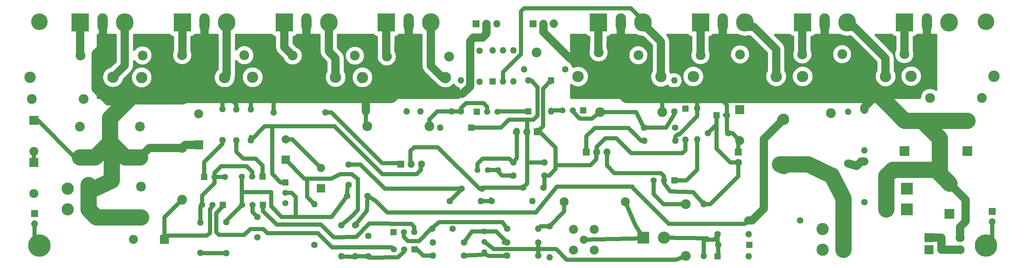
<source format=gbr>
G04 #@! TF.FileFunction,Copper,L2,Bot,Signal*
%FSLAX46Y46*%
G04 Gerber Fmt 4.6, Leading zero omitted, Abs format (unit mm)*
G04 Created by KiCad (PCBNEW 4.0.7) date 05/11/21 12:37:22*
%MOMM*%
%LPD*%
G01*
G04 APERTURE LIST*
%ADD10C,0.100000*%
%ADD11C,1.600000*%
%ADD12O,1.600000X1.600000*%
%ADD13C,2.400000*%
%ADD14O,2.400000X2.400000*%
%ADD15C,1.520000*%
%ADD16R,1.520000X1.520000*%
%ADD17R,2.200000X2.200000*%
%ADD18O,2.200000X2.200000*%
%ADD19R,2.400000X2.400000*%
%ADD20C,2.200000*%
%ADD21C,2.000000*%
%ADD22R,1.600000X1.600000*%
%ADD23R,2.000000X2.000000*%
%ADD24R,1.800000X1.800000*%
%ADD25C,1.800000*%
%ADD26C,1.440000*%
%ADD27C,2.800000*%
%ADD28O,2.800000X2.800000*%
%ADD29C,5.500000*%
%ADD30C,4.064000*%
%ADD31R,1.700000X1.700000*%
%ADD32O,1.700000X1.700000*%
%ADD33R,3.000000X3.000000*%
%ADD34C,3.000000*%
%ADD35R,4.300000X4.500000*%
%ADD36O,2.500000X4.500000*%
%ADD37O,4.300000X4.500000*%
%ADD38O,1.800000X1.800000*%
%ADD39C,1.000000*%
%ADD40C,0.500000*%
%ADD41C,2.000000*%
%ADD42C,4.000000*%
G04 APERTURE END LIST*
D10*
D11*
X69420000Y-103750000D03*
D12*
X69420000Y-96250000D03*
D13*
X151790000Y-54560000D03*
D14*
X167030000Y-54560000D03*
D15*
X183060000Y-86000000D03*
X180520000Y-86000000D03*
D16*
X185600000Y-86000000D03*
D15*
X72940000Y-85100000D03*
X75480000Y-85100000D03*
D16*
X70400000Y-85100000D03*
D11*
X100100000Y-69250000D03*
D12*
X87400000Y-69250000D03*
D17*
X201630000Y-68580000D03*
D18*
X201630000Y-76200000D03*
D19*
X54625000Y-80250000D03*
D13*
X54625000Y-72750000D03*
D20*
X160880000Y-103070000D03*
X160880000Y-97990000D03*
X165960000Y-97990000D03*
X165960000Y-103070000D03*
D21*
X163420000Y-100530000D03*
D22*
X195950000Y-69950000D03*
D11*
X198450000Y-69950000D03*
D15*
X119340000Y-98700000D03*
X121880000Y-98700000D03*
D16*
X116800000Y-98700000D03*
D11*
X185790000Y-73010000D03*
D12*
X178170000Y-73010000D03*
D11*
X83400000Y-99950000D03*
X83400000Y-94950000D03*
X198840000Y-74370000D03*
X193840000Y-74370000D03*
X110600000Y-104600000D03*
X110600000Y-99600000D03*
D23*
X90350000Y-80900000D03*
D21*
X90350000Y-75900000D03*
D23*
X99000000Y-87950000D03*
D21*
X99000000Y-82950000D03*
D11*
X105750000Y-87050000D03*
X105750000Y-82050000D03*
X158800000Y-58670000D03*
D12*
X148800000Y-58670000D03*
D11*
X232200000Y-91300000D03*
D12*
X232200000Y-81300000D03*
D11*
X110000000Y-69000000D03*
D12*
X120000000Y-69000000D03*
D19*
X257400000Y-78800000D03*
D13*
X257400000Y-71300000D03*
D11*
X232200000Y-68600000D03*
D12*
X232200000Y-78600000D03*
D17*
X60590000Y-100460000D03*
D18*
X52970000Y-100460000D03*
D24*
X201240000Y-79020000D03*
D25*
X201240000Y-81560000D03*
D22*
X149760000Y-69010000D03*
D12*
X149760000Y-61390000D03*
D22*
X155400000Y-61400000D03*
D12*
X155400000Y-69020000D03*
D17*
X68975000Y-77200000D03*
D18*
X68975000Y-69580000D03*
D11*
X144600000Y-97800000D03*
D12*
X152220000Y-97800000D03*
D11*
X155000000Y-97200000D03*
D12*
X155000000Y-104820000D03*
D11*
X78250000Y-76100000D03*
D12*
X78250000Y-68480000D03*
D11*
X74850000Y-76050000D03*
D12*
X74850000Y-68430000D03*
D11*
X75780000Y-96200000D03*
D12*
X75780000Y-103820000D03*
D11*
X134000000Y-101200000D03*
D12*
X126380000Y-101200000D03*
D11*
X134000000Y-104400000D03*
D12*
X126380000Y-104400000D03*
D11*
X152200000Y-101200000D03*
D12*
X144580000Y-101200000D03*
D11*
X152200000Y-104400000D03*
D12*
X144580000Y-104400000D03*
D26*
X139000000Y-103600000D03*
X139000000Y-101060000D03*
X139000000Y-98520000D03*
D13*
X188400000Y-91800000D03*
D14*
X188400000Y-104500000D03*
D11*
X191220000Y-68280000D03*
D12*
X191220000Y-75900000D03*
D13*
X64925000Y-90700000D03*
D14*
X64925000Y-78000000D03*
D11*
X107400000Y-97000000D03*
D12*
X107400000Y-104620000D03*
D11*
X104000000Y-97000000D03*
D12*
X104000000Y-104620000D03*
D11*
X192800000Y-91800000D03*
D12*
X192800000Y-104500000D03*
D11*
X81750000Y-76100000D03*
D12*
X81750000Y-68480000D03*
D11*
X146100000Y-81600000D03*
D12*
X153720000Y-81600000D03*
D26*
X142400000Y-83400000D03*
X139860000Y-83400000D03*
X137320000Y-83400000D03*
D11*
X153750000Y-84750000D03*
D12*
X146130000Y-84750000D03*
D11*
X185830000Y-76200000D03*
D12*
X178210000Y-76200000D03*
D11*
X131000000Y-69000000D03*
D12*
X123380000Y-69000000D03*
D13*
X182600000Y-69200000D03*
D14*
X167360000Y-69200000D03*
D11*
X133250000Y-69000000D03*
D12*
X133250000Y-61380000D03*
D11*
X185560000Y-69070000D03*
D12*
X185560000Y-61450000D03*
D13*
X28150000Y-65950000D03*
D14*
X40850000Y-65950000D03*
D13*
X260950000Y-65700000D03*
D14*
X248250000Y-65700000D03*
D11*
X228180000Y-81800000D03*
D12*
X228180000Y-69100000D03*
D27*
X27700000Y-60650000D03*
D28*
X48020000Y-60650000D03*
D27*
X263950000Y-60400000D03*
D28*
X243630000Y-60400000D03*
D27*
X55050000Y-60700000D03*
D28*
X75370000Y-60700000D03*
D27*
X237350000Y-60450000D03*
D28*
X217030000Y-60450000D03*
D27*
X82250000Y-60650000D03*
D28*
X102570000Y-60650000D03*
D27*
X210550000Y-60450000D03*
D28*
X190230000Y-60450000D03*
D27*
X109150000Y-60700000D03*
D28*
X129470000Y-60700000D03*
D27*
X182300000Y-60500000D03*
D28*
X161980000Y-60500000D03*
D29*
X262000000Y-102000000D03*
D30*
X262000000Y-47000000D03*
D29*
X30000000Y-102000000D03*
D30*
X30000000Y-47000000D03*
D19*
X39850000Y-80250000D03*
D13*
X39850000Y-72750000D03*
D19*
X54825000Y-95000000D03*
D13*
X54825000Y-87500000D03*
D19*
X242000000Y-78800000D03*
D13*
X242000000Y-71300000D03*
D19*
X253000000Y-94200000D03*
D13*
X253000000Y-86700000D03*
X125550000Y-72700000D03*
D14*
X110310000Y-72700000D03*
D20*
X158600000Y-91200000D03*
X173600000Y-91200000D03*
D27*
X212330000Y-82370000D03*
X212330000Y-70940000D03*
D13*
X223910000Y-69460000D03*
D14*
X223910000Y-84700000D03*
D15*
X119360000Y-102900000D03*
X116820000Y-102900000D03*
D16*
X121900000Y-102900000D03*
D15*
X82110000Y-85050000D03*
X79570000Y-85050000D03*
D16*
X84650000Y-85050000D03*
D15*
X82210000Y-92000000D03*
X79670000Y-92000000D03*
D16*
X84750000Y-92000000D03*
D15*
X72410000Y-91950000D03*
X69870000Y-91950000D03*
D16*
X74950000Y-91950000D03*
D15*
X90300000Y-88990000D03*
X90300000Y-91530000D03*
D16*
X90300000Y-86450000D03*
D15*
X139740000Y-69100000D03*
X142280000Y-69100000D03*
D16*
X137200000Y-69100000D03*
D15*
X160660000Y-68800000D03*
X158120000Y-68800000D03*
D16*
X163200000Y-68800000D03*
D17*
X28600000Y-71200000D03*
D18*
X28600000Y-78820000D03*
D17*
X248000000Y-100000000D03*
D18*
X255620000Y-100000000D03*
D17*
X28600000Y-81600000D03*
D18*
X28600000Y-89220000D03*
D17*
X248000000Y-103000000D03*
D18*
X255620000Y-103000000D03*
D11*
X97350000Y-101800000D03*
D12*
X97350000Y-91800000D03*
D11*
X216400000Y-95800000D03*
D12*
X203700000Y-95800000D03*
D11*
X140800000Y-91000000D03*
D12*
X150800000Y-91000000D03*
D11*
X133400000Y-88000000D03*
X138400000Y-88000000D03*
X130600000Y-91000000D03*
D12*
X138220000Y-91000000D03*
D31*
X263460000Y-93540000D03*
D32*
X263460000Y-96080000D03*
D31*
X28770000Y-94110000D03*
D32*
X28770000Y-96650000D03*
D33*
X227000000Y-97900000D03*
D34*
X221920000Y-97900000D03*
D33*
X227000000Y-102980000D03*
D34*
X221920000Y-102980000D03*
D33*
X242600000Y-88000000D03*
D34*
X237520000Y-88000000D03*
D33*
X242600000Y-93080000D03*
D34*
X237520000Y-93080000D03*
D33*
X42000000Y-88000000D03*
D34*
X36920000Y-88000000D03*
D33*
X42000000Y-93080000D03*
D34*
X36920000Y-93080000D03*
D33*
X178000000Y-100000000D03*
D34*
X183080000Y-100000000D03*
D11*
X105400000Y-89800000D03*
X110400000Y-89800000D03*
D22*
X196200000Y-104600000D03*
D12*
X203820000Y-104600000D03*
D22*
X204000000Y-101800000D03*
D12*
X196380000Y-101800000D03*
D11*
X196200000Y-99200000D03*
D12*
X203820000Y-99200000D03*
D13*
X130350000Y-55550000D03*
D14*
X115110000Y-55550000D03*
D13*
X107300000Y-55350000D03*
D14*
X92060000Y-55350000D03*
D13*
X80200000Y-55250000D03*
D14*
X64960000Y-55250000D03*
D13*
X55250000Y-55300000D03*
D14*
X40010000Y-55300000D03*
D13*
X226700000Y-55000000D03*
D14*
X241940000Y-55000000D03*
D13*
X201700000Y-55050000D03*
D14*
X216940000Y-55050000D03*
D13*
X176750000Y-55250000D03*
D14*
X191990000Y-55250000D03*
D35*
X242000000Y-47200000D03*
D36*
X247450000Y-47200000D03*
D37*
X252900000Y-47200000D03*
D35*
X217000000Y-47200000D03*
D36*
X222450000Y-47200000D03*
D37*
X227900000Y-47200000D03*
D35*
X192000000Y-47200000D03*
D36*
X197450000Y-47200000D03*
D37*
X202900000Y-47200000D03*
D35*
X115000000Y-47200000D03*
D36*
X120450000Y-47200000D03*
D37*
X125900000Y-47200000D03*
D35*
X90000000Y-47200000D03*
D36*
X95450000Y-47200000D03*
D37*
X100900000Y-47200000D03*
D35*
X65000000Y-47200000D03*
D36*
X70450000Y-47200000D03*
D37*
X75900000Y-47200000D03*
D35*
X40000000Y-47200000D03*
D36*
X45450000Y-47200000D03*
D37*
X50900000Y-47200000D03*
D35*
X167000000Y-47200000D03*
D36*
X172450000Y-47200000D03*
D37*
X177900000Y-47200000D03*
D11*
X153500000Y-87750000D03*
X148500000Y-87750000D03*
X131200000Y-97800000D03*
X126200000Y-97800000D03*
D24*
X118500000Y-82000000D03*
D38*
X121040000Y-82000000D03*
X123580000Y-82000000D03*
D24*
X152000000Y-74000000D03*
D38*
X149460000Y-74000000D03*
X146920000Y-74000000D03*
D24*
X164000000Y-79000000D03*
D38*
X166540000Y-79000000D03*
X169080000Y-79000000D03*
D24*
X137000000Y-47500000D03*
D38*
X139540000Y-47500000D03*
X142080000Y-47500000D03*
D24*
X151000000Y-47500000D03*
D38*
X153540000Y-47500000D03*
X156080000Y-47500000D03*
D11*
X137880000Y-54100000D03*
D12*
X137880000Y-61720000D03*
D22*
X141050000Y-61650000D03*
D12*
X146130000Y-54030000D03*
X143590000Y-61650000D03*
X143590000Y-54030000D03*
X146130000Y-61650000D03*
X141050000Y-54030000D03*
D22*
X188290000Y-68390000D03*
D12*
X188290000Y-76010000D03*
D22*
X135840000Y-73010000D03*
D12*
X128220000Y-73010000D03*
D39*
X155000000Y-97200000D02*
X152820000Y-97200000D01*
X152820000Y-97200000D02*
X152220000Y-97800000D01*
X158600000Y-91200000D02*
X158600000Y-93600000D01*
X158600000Y-93600000D02*
X155000000Y-97200000D01*
X163420000Y-100530000D02*
X177800000Y-100200000D01*
X177800000Y-100200000D02*
X178000000Y-100000000D01*
X173600000Y-91200000D02*
X176000000Y-97000000D01*
X176000000Y-97000000D02*
X178000000Y-100000000D01*
X221500000Y-103400000D02*
X221920000Y-102980000D01*
X126300000Y-98000000D02*
X125850000Y-98000000D01*
X125850000Y-98000000D02*
X123000000Y-100850000D01*
X119340000Y-99840000D02*
X119340000Y-98700000D01*
X120350000Y-100850000D02*
X119340000Y-99840000D01*
X123000000Y-100850000D02*
X120350000Y-100850000D01*
X126300000Y-97570000D02*
X127945000Y-96245000D01*
X127945000Y-96245000D02*
X143445000Y-96245000D01*
X143445000Y-96245000D02*
X144600000Y-97800000D01*
X126300000Y-98000000D02*
X126300000Y-97570000D01*
X126300000Y-98000000D02*
X126300000Y-97950000D01*
D40*
X126300000Y-98000000D02*
X126300000Y-97500000D01*
X126300000Y-98000000D02*
X126550000Y-98000000D01*
X144100000Y-97800000D02*
X144600000Y-97800000D01*
D39*
X75780000Y-103820000D02*
X69490000Y-103820000D01*
X69490000Y-103820000D02*
X69420000Y-103750000D01*
X69420000Y-96250000D02*
X69420000Y-92400000D01*
X69420000Y-92400000D02*
X69870000Y-91950000D01*
X69870000Y-91950000D02*
X69870000Y-89680000D01*
X72940000Y-86610000D02*
X72940000Y-85100000D01*
X69870000Y-89680000D02*
X72940000Y-86610000D01*
X75480000Y-85100000D02*
X72940000Y-85100000D01*
X72940000Y-85100000D02*
X72940000Y-84110000D01*
X82110000Y-83860000D02*
X82110000Y-85050000D01*
X80750000Y-82500000D02*
X82110000Y-83860000D01*
X74550000Y-82500000D02*
X80750000Y-82500000D01*
X72940000Y-84110000D02*
X74550000Y-82500000D01*
X72410000Y-91950000D02*
X72410000Y-92340000D01*
X72410000Y-92340000D02*
X71770000Y-92980000D01*
X71030000Y-99550000D02*
X61500000Y-99550000D01*
X71770000Y-98810000D02*
X71030000Y-99550000D01*
X71770000Y-92980000D02*
X71770000Y-98810000D01*
X61500000Y-99550000D02*
X60590000Y-100460000D01*
X60590000Y-100460000D02*
X60590000Y-95035000D01*
X60590000Y-95035000D02*
X64925000Y-90700000D01*
X82210000Y-92000000D02*
X82210000Y-93760000D01*
X82210000Y-93760000D02*
X83400000Y-94950000D01*
X64925000Y-90700000D02*
X64925000Y-90825000D01*
X185830000Y-76200000D02*
X185830000Y-75210000D01*
X191220000Y-70230000D02*
X191220000Y-68280000D01*
X186750000Y-74700000D02*
X191220000Y-70230000D01*
X186340000Y-74700000D02*
X186750000Y-74700000D01*
X185830000Y-75210000D02*
X186340000Y-74700000D01*
X191220000Y-68280000D02*
X191220000Y-66720000D01*
X191220000Y-66720000D02*
X189500000Y-65000000D01*
X198450000Y-69950000D02*
X198450000Y-67450000D01*
X198450000Y-67450000D02*
X196000000Y-65000000D01*
X198840000Y-74370000D02*
X199800000Y-74370000D01*
X199800000Y-74370000D02*
X201630000Y-76200000D01*
X201240000Y-79020000D02*
X201240000Y-76590000D01*
X201240000Y-76590000D02*
X201630000Y-76200000D01*
X198450000Y-69950000D02*
X198450000Y-73980000D01*
X198450000Y-73980000D02*
X198840000Y-74370000D01*
D41*
X172450000Y-47200000D02*
X172450000Y-61450000D01*
X172450000Y-61450000D02*
X176000000Y-65000000D01*
X247450000Y-47200000D02*
X247450000Y-52550000D01*
X247450000Y-52550000D02*
X246500000Y-53500000D01*
X222450000Y-48300000D02*
X222450000Y-52950000D01*
X222000000Y-53400000D02*
X222000000Y-65000000D01*
X222450000Y-52950000D02*
X222000000Y-53400000D01*
X197450000Y-48300000D02*
X197450000Y-52000000D01*
X196650000Y-62300000D02*
X193950000Y-65000000D01*
X196650000Y-52800000D02*
X196650000Y-62300000D01*
X197450000Y-52000000D02*
X196650000Y-52800000D01*
X153540000Y-47500000D02*
X153540000Y-49540000D01*
X168050000Y-64750000D02*
X173750000Y-64750000D01*
X166950000Y-63650000D02*
X168050000Y-64750000D01*
X166950000Y-60050000D02*
X166950000Y-63650000D01*
X162950000Y-56050000D02*
X166950000Y-60050000D01*
X160050000Y-56050000D02*
X162950000Y-56050000D01*
X153540000Y-49540000D02*
X160050000Y-56050000D01*
D42*
X237520000Y-93080000D02*
X237520000Y-88000000D01*
X237520000Y-88000000D02*
X237520000Y-84880000D01*
X249600000Y-83300000D02*
X250600000Y-84300000D01*
X239100000Y-83300000D02*
X249600000Y-83300000D01*
X237520000Y-84880000D02*
X239100000Y-83300000D01*
D39*
X201430000Y-76400000D02*
X201630000Y-76200000D01*
X182600000Y-69200000D02*
X182600000Y-66400000D01*
X182600000Y-66400000D02*
X184000000Y-65000000D01*
X185830000Y-76200000D02*
X185830000Y-75800000D01*
D41*
X255620000Y-100000000D02*
X255620000Y-97380000D01*
X257000000Y-90700000D02*
X253000000Y-86700000D01*
X257000000Y-96000000D02*
X257000000Y-90700000D01*
X255620000Y-97380000D02*
X257000000Y-96000000D01*
D39*
X201630000Y-76200000D02*
X201630000Y-75580000D01*
X189750000Y-65000000D02*
X189500000Y-65250000D01*
X189500000Y-65250000D02*
X189500000Y-66400000D01*
X189500000Y-66400000D02*
X189500000Y-65000000D01*
D41*
X232200000Y-68600000D02*
X232200000Y-68000000D01*
X232200000Y-68000000D02*
X235200000Y-65000000D01*
D42*
X242000000Y-71300000D02*
X246300000Y-71300000D01*
X250600000Y-84300000D02*
X253000000Y-86700000D01*
X250600000Y-75600000D02*
X250600000Y-84300000D01*
X246300000Y-71300000D02*
X250600000Y-75600000D01*
X242000000Y-71300000D02*
X257400000Y-71300000D01*
X224000000Y-65000000D02*
X235200000Y-65000000D01*
X224000000Y-65000000D02*
X222000000Y-65000000D01*
X235200000Y-65000000D02*
X235700000Y-65000000D01*
X235700000Y-65000000D02*
X242000000Y-71300000D01*
D41*
X173750000Y-64750000D02*
X174000000Y-65000000D01*
D40*
X174000000Y-65000000D02*
X173500000Y-65000000D01*
X173500000Y-65000000D02*
X173250000Y-65250000D01*
X173250000Y-65250000D02*
X173250000Y-64250000D01*
D41*
X173250000Y-64250000D02*
X174000000Y-65000000D01*
D42*
X174000000Y-65000000D02*
X176000000Y-65000000D01*
X184000000Y-65000000D02*
X187030000Y-65000000D01*
X187030000Y-65000000D02*
X189500000Y-65000000D01*
X189500000Y-65000000D02*
X189750000Y-65000000D01*
X176000000Y-65000000D02*
X184000000Y-65000000D01*
X189750000Y-65000000D02*
X193950000Y-65000000D01*
X193950000Y-65000000D02*
X195400000Y-65000000D01*
X195800000Y-65000000D02*
X196000000Y-65000000D01*
X195400000Y-65000000D02*
X195800000Y-65000000D01*
X222000000Y-65000000D02*
X207000000Y-65000000D01*
X200000000Y-65000000D02*
X204000000Y-65000000D01*
X196000000Y-65000000D02*
X200000000Y-65000000D01*
X204000000Y-65000000D02*
X207000000Y-65000000D01*
D39*
X197950000Y-69950000D02*
X198250000Y-69950000D01*
D40*
X197950000Y-69950000D02*
X197950000Y-70200000D01*
D39*
X107400000Y-104620000D02*
X107130000Y-104620000D01*
X107130000Y-104620000D02*
X107030000Y-104720000D01*
X107030000Y-104720000D02*
X104000000Y-104620000D01*
X119360000Y-102900000D02*
X119360000Y-103390000D01*
X119360000Y-103390000D02*
X117900000Y-104850000D01*
X117900000Y-104850000D02*
X110950000Y-104950000D01*
X110950000Y-104950000D02*
X110600000Y-104600000D01*
X110600000Y-104600000D02*
X107470000Y-104550000D01*
X107470000Y-104550000D02*
X107400000Y-104620000D01*
X107430000Y-104650000D02*
X107400000Y-104620000D01*
D42*
X227000000Y-97900000D02*
X227000000Y-102980000D01*
X223910000Y-84700000D02*
X224150000Y-84700000D01*
X224150000Y-84700000D02*
X227000000Y-90400000D01*
X227000000Y-90400000D02*
X227000000Y-97900000D01*
X212330000Y-82370000D02*
X211400000Y-82000000D01*
X218360000Y-82000000D02*
X223910000Y-84700000D01*
X211400000Y-82000000D02*
X218360000Y-82000000D01*
D39*
X90350000Y-75900000D02*
X91950000Y-75900000D01*
X91950000Y-75900000D02*
X99000000Y-82950000D01*
X99150000Y-82800000D02*
X99000000Y-82950000D01*
D41*
X139540000Y-47500000D02*
X139540000Y-50010000D01*
X133590000Y-64750000D02*
X117250000Y-64750000D01*
X135560000Y-62950000D02*
X133590000Y-64750000D01*
X135560000Y-51830000D02*
X135560000Y-62950000D01*
X136280000Y-50940000D02*
X135560000Y-51830000D01*
X138610000Y-50940000D02*
X136280000Y-50940000D01*
X139540000Y-50010000D02*
X138610000Y-50940000D01*
X120450000Y-47200000D02*
X120450000Y-61550000D01*
X120450000Y-61550000D02*
X117250000Y-64750000D01*
X117250000Y-64750000D02*
X117000000Y-65000000D01*
X117000000Y-65000000D02*
X116000000Y-65000000D01*
X95450000Y-48300000D02*
X95450000Y-53100000D01*
X96550000Y-54200000D02*
X96550000Y-65000000D01*
X95450000Y-53100000D02*
X96550000Y-54200000D01*
D42*
X103500000Y-65000000D02*
X96550000Y-65000000D01*
X96550000Y-65000000D02*
X96000000Y-65000000D01*
D41*
X45550000Y-48350000D02*
X45450000Y-53100000D01*
X46800000Y-66550000D02*
X51350000Y-66550000D01*
X43750000Y-63500000D02*
X46800000Y-66550000D01*
X43750000Y-54800000D02*
X43750000Y-63500000D01*
X45450000Y-53100000D02*
X43750000Y-54800000D01*
D39*
X78250000Y-68480000D02*
X78250000Y-67300000D01*
X78250000Y-67300000D02*
X75950000Y-65000000D01*
X81750000Y-68480000D02*
X81750000Y-65750000D01*
X81750000Y-65750000D02*
X81000000Y-65000000D01*
X78250000Y-68480000D02*
X78250000Y-67750000D01*
X110000000Y-69000000D02*
X110000000Y-72390000D01*
X110000000Y-72390000D02*
X110310000Y-72700000D01*
X87400000Y-69250000D02*
X87400000Y-66650000D01*
X87400000Y-66650000D02*
X85750000Y-65000000D01*
X74850000Y-68430000D02*
X74850000Y-66100000D01*
X74850000Y-66100000D02*
X75950000Y-65000000D01*
X75950000Y-65000000D02*
X78000000Y-65000000D01*
X78350000Y-65350000D02*
X78350000Y-65000000D01*
X78000000Y-65000000D02*
X78350000Y-65350000D01*
D41*
X110000000Y-69000000D02*
X110000000Y-65700000D01*
X110000000Y-65700000D02*
X109300000Y-65000000D01*
X111000000Y-65000000D02*
X112000000Y-66000000D01*
X112000000Y-66000000D02*
X112000000Y-65000000D01*
D42*
X54825000Y-95000000D02*
X43920000Y-95000000D01*
X43920000Y-95000000D02*
X42000000Y-93080000D01*
X42000000Y-93080000D02*
X42000000Y-88000000D01*
D39*
X39850000Y-80250000D02*
X38650000Y-80250000D01*
X38650000Y-80250000D02*
X29600000Y-71200000D01*
X29600000Y-71200000D02*
X28600000Y-71200000D01*
D41*
X64925000Y-78000000D02*
X56875000Y-78000000D01*
X56875000Y-78000000D02*
X54625000Y-80250000D01*
D42*
X42000000Y-88000000D02*
X43375000Y-88000000D01*
X43375000Y-88000000D02*
X47700000Y-85975000D01*
X47700000Y-85975000D02*
X47700000Y-76950000D01*
X54625000Y-80250000D02*
X51000000Y-80250000D01*
X51000000Y-80250000D02*
X47700000Y-76950000D01*
X47700000Y-76950000D02*
X47250000Y-76500000D01*
X39850000Y-80250000D02*
X43625000Y-80250000D01*
X47250000Y-70650000D02*
X51350000Y-66550000D01*
X47250000Y-76500000D02*
X47250000Y-70650000D01*
X51350000Y-66550000D02*
X52575676Y-65324324D01*
X59925676Y-65324324D02*
X57275676Y-65324324D01*
X57275676Y-65324324D02*
X52575676Y-65324324D01*
X64945946Y-65324324D02*
X65000000Y-65000000D01*
X75950000Y-65000000D02*
X70000000Y-65000000D01*
X70000000Y-65000000D02*
X65000000Y-65000000D01*
X64945946Y-65324324D02*
X59925676Y-65324324D01*
X47250000Y-76625000D02*
X47250000Y-76500000D01*
X43625000Y-80250000D02*
X47250000Y-76625000D01*
D41*
X68975000Y-77200000D02*
X65725000Y-77200000D01*
X65725000Y-77200000D02*
X64925000Y-78000000D01*
D39*
X96000000Y-65000000D02*
X95800000Y-65200000D01*
X95800000Y-65200000D02*
X95800000Y-65900000D01*
X95800000Y-65900000D02*
X95800000Y-65200000D01*
D42*
X42000000Y-88000000D02*
X42000000Y-87100000D01*
D40*
X96000000Y-65000000D02*
X96250000Y-65250000D01*
X96250000Y-65250000D02*
X96250000Y-65450000D01*
X96250000Y-65450000D02*
X96250000Y-65250000D01*
X104500000Y-65000000D02*
X104500000Y-65500000D01*
X104500000Y-65500000D02*
X104500000Y-65000000D01*
X99000000Y-65000000D02*
X99000000Y-65500000D01*
X99000000Y-65500000D02*
X99000000Y-65000000D01*
D41*
X91000000Y-65000000D02*
X91000000Y-66000000D01*
X91000000Y-66000000D02*
X91000000Y-65000000D01*
X96250000Y-65250000D02*
X96000000Y-65000000D01*
D42*
X96000000Y-65000000D02*
X91000000Y-65000000D01*
X91000000Y-65000000D02*
X85750000Y-65000000D01*
X85750000Y-65000000D02*
X81000000Y-65000000D01*
X81000000Y-65000000D02*
X78350000Y-65000000D01*
X78350000Y-65000000D02*
X75950000Y-65000000D01*
X99000000Y-65000000D02*
X101300000Y-65000000D01*
X101300000Y-65000000D02*
X103500000Y-65000000D01*
X103500000Y-65000000D02*
X104500000Y-65000000D01*
X104500000Y-65000000D02*
X106875000Y-65000000D01*
X106875000Y-65000000D02*
X109300000Y-65000000D01*
X109300000Y-65000000D02*
X112000000Y-65000000D01*
X112000000Y-65000000D02*
X111000000Y-65000000D01*
X111000000Y-65000000D02*
X114000000Y-65000000D01*
X114000000Y-65000000D02*
X116000000Y-65000000D01*
D41*
X70450000Y-65000000D02*
X70000000Y-65450000D01*
X70450000Y-48200000D02*
X70450000Y-65000000D01*
D39*
X149760000Y-69010000D02*
X142370000Y-69010000D01*
X142370000Y-69010000D02*
X142280000Y-69100000D01*
X142380000Y-69000000D02*
X142280000Y-69100000D01*
X158120000Y-68800000D02*
X155620000Y-68800000D01*
X155620000Y-68800000D02*
X155400000Y-69020000D01*
X155400000Y-69020000D02*
X155400000Y-68600000D01*
D40*
X158120000Y-68800000D02*
X158120000Y-68880000D01*
X155400000Y-69020000D02*
X156030000Y-69020000D01*
X155530000Y-69150000D02*
X155400000Y-69020000D01*
X155630000Y-69250000D02*
X155400000Y-69020000D01*
D39*
X84750000Y-92000000D02*
X84750000Y-93470000D01*
X121880000Y-97350000D02*
X121880000Y-98700000D01*
X121150000Y-96620000D02*
X121880000Y-97350000D01*
X110870000Y-96560000D02*
X121150000Y-96620000D01*
X107580000Y-99850000D02*
X110870000Y-96560000D01*
X102090000Y-99910000D02*
X107580000Y-99850000D01*
X99020000Y-96840000D02*
X102090000Y-99910000D01*
X88120000Y-96840000D02*
X99020000Y-96840000D01*
X84750000Y-93470000D02*
X88120000Y-96840000D01*
X126180000Y-101000000D02*
X126380000Y-101200000D01*
X87200000Y-98940000D02*
X85890000Y-98940000D01*
X73290000Y-94010000D02*
X74950000Y-92350000D01*
X73290000Y-98640000D02*
X73290000Y-94010000D01*
X74030000Y-99380000D02*
X73290000Y-98640000D01*
X80220000Y-99380000D02*
X74030000Y-99380000D01*
X81670000Y-97930000D02*
X80220000Y-99380000D01*
X84880000Y-97930000D02*
X81670000Y-97930000D01*
X85890000Y-98940000D02*
X84880000Y-97930000D01*
X74950000Y-92350000D02*
X74950000Y-91950000D01*
X74960000Y-92410000D02*
X74950000Y-91950000D01*
X101700000Y-102400000D02*
X116320000Y-102400000D01*
X98240000Y-98940000D02*
X101700000Y-102400000D01*
X86900000Y-98940000D02*
X87200000Y-98940000D01*
X87200000Y-98940000D02*
X87230000Y-98940000D01*
X87230000Y-98940000D02*
X98240000Y-98940000D01*
X116320000Y-102400000D02*
X116820000Y-102900000D01*
D40*
X116720000Y-102800000D02*
X116820000Y-102900000D01*
D39*
X116700000Y-102900000D02*
X116820000Y-102900000D01*
X116820000Y-102670000D02*
X116820000Y-102900000D01*
X116820000Y-102900000D02*
X116550000Y-102900000D01*
X121900000Y-102900000D02*
X122550000Y-102900000D01*
X122550000Y-102900000D02*
X124050000Y-104400000D01*
X124050000Y-104400000D02*
X126380000Y-104400000D01*
D40*
X126040000Y-104740000D02*
X126380000Y-104400000D01*
D39*
X180520000Y-86000000D02*
X180520000Y-89320000D01*
X183000000Y-91800000D02*
X188400000Y-91800000D01*
X180520000Y-89320000D02*
X183000000Y-91800000D01*
D40*
X187730000Y-91130000D02*
X188400000Y-91800000D01*
D39*
X185600000Y-86000000D02*
X188540000Y-86000000D01*
X191220000Y-83320000D02*
X191220000Y-75900000D01*
X188540000Y-86000000D02*
X191220000Y-83320000D01*
X97450000Y-72700000D02*
X102300000Y-72700000D01*
X90300000Y-86450000D02*
X89100000Y-86450000D01*
X87000000Y-84350000D02*
X87000000Y-72700000D01*
X89100000Y-86450000D02*
X87000000Y-84350000D01*
X85150000Y-72700000D02*
X81750000Y-76100000D01*
X97450000Y-72700000D02*
X87000000Y-72700000D01*
X87000000Y-72700000D02*
X85150000Y-72700000D01*
X81750000Y-76100000D02*
X81750000Y-75300000D01*
X102300000Y-72700000D02*
X114050000Y-84450000D01*
X123450000Y-81750000D02*
X123450000Y-83450000D01*
X123450000Y-83450000D02*
X122450000Y-84450000D01*
X122450000Y-84450000D02*
X114050000Y-84450000D01*
X114000000Y-81750000D02*
X118370000Y-81750000D01*
X100100000Y-69250000D02*
X101500000Y-69250000D01*
X101500000Y-69250000D02*
X114000000Y-81750000D01*
X133250000Y-69000000D02*
X133250000Y-68250000D01*
X133250000Y-68250000D02*
X134500000Y-67000000D01*
X139740000Y-67890000D02*
X139740000Y-69100000D01*
X138850000Y-67000000D02*
X139740000Y-67890000D01*
X134500000Y-67000000D02*
X138850000Y-67000000D01*
X125550000Y-72700000D02*
X125550000Y-71000000D01*
X127550000Y-69000000D02*
X131000000Y-69000000D01*
X125550000Y-71000000D02*
X127550000Y-69000000D01*
X125150000Y-72300000D02*
X125550000Y-72700000D01*
X133250000Y-69000000D02*
X131300000Y-69000000D01*
X131300000Y-69000000D02*
X131000000Y-69000000D01*
D40*
X125250000Y-72400000D02*
X125550000Y-72700000D01*
D39*
X167360000Y-69200000D02*
X176180000Y-69200000D01*
X176180000Y-69200000D02*
X178170000Y-73010000D01*
X178170000Y-73010000D02*
X183600000Y-73000000D01*
X183600000Y-73000000D02*
X185560000Y-69670000D01*
X185560000Y-69670000D02*
X185560000Y-69070000D01*
X160660000Y-68800000D02*
X160660000Y-69060000D01*
X160660000Y-69060000D02*
X162400000Y-70800000D01*
X162400000Y-70800000D02*
X165360000Y-70800000D01*
X165360000Y-70800000D02*
X167360000Y-69200000D01*
D41*
X50900000Y-48350000D02*
X50900000Y-57770000D01*
X50900000Y-57770000D02*
X48020000Y-60650000D01*
X75900000Y-48200000D02*
X75900000Y-60170000D01*
X75900000Y-60170000D02*
X75370000Y-60700000D01*
X227900000Y-48300000D02*
X229700000Y-48300000D01*
X229700000Y-48300000D02*
X237350000Y-55950000D01*
X237350000Y-55950000D02*
X237350000Y-60450000D01*
X100900000Y-48300000D02*
X100900000Y-54300000D01*
X102570000Y-55970000D02*
X102570000Y-60650000D01*
X100900000Y-54300000D02*
X102570000Y-55970000D01*
X202900000Y-48300000D02*
X205100000Y-48300000D01*
X210550000Y-53750000D02*
X210550000Y-60450000D01*
X205100000Y-48300000D02*
X210550000Y-53750000D01*
X125900000Y-48300000D02*
X125900000Y-57850000D01*
X125900000Y-57850000D02*
X128750000Y-60700000D01*
X128750000Y-60700000D02*
X129470000Y-60700000D01*
D39*
X143590000Y-61650000D02*
X143590000Y-59370000D01*
X174960000Y-43740000D02*
X177900000Y-46680000D01*
X148740000Y-43740000D02*
X174960000Y-43740000D01*
X147980000Y-44500000D02*
X148740000Y-43740000D01*
X147980000Y-54980000D02*
X147980000Y-44500000D01*
X143590000Y-59370000D02*
X147980000Y-54980000D01*
X177900000Y-46680000D02*
X177900000Y-47200000D01*
D41*
X177900000Y-48300000D02*
X178700000Y-48300000D01*
X178700000Y-48300000D02*
X182300000Y-51900000D01*
X182300000Y-51900000D02*
X182300000Y-60500000D01*
D39*
X139000000Y-98520000D02*
X135980000Y-98520000D01*
X135980000Y-98520000D02*
X134000000Y-101200000D01*
X139000000Y-98520000D02*
X141900000Y-98520000D01*
X141900000Y-98520000D02*
X144580000Y-101200000D01*
X143800000Y-101200000D02*
X144580000Y-101200000D01*
X134000000Y-101200000D02*
X134400000Y-101200000D01*
D40*
X134000000Y-101200000D02*
X134250000Y-101200000D01*
X138920000Y-98600000D02*
X139000000Y-98520000D01*
D39*
X139000000Y-103600000D02*
X139000000Y-104000000D01*
X139000000Y-104000000D02*
X140100000Y-104500000D01*
X143880000Y-104500000D02*
X144580000Y-104400000D01*
X140100000Y-104500000D02*
X143880000Y-104500000D01*
X139000000Y-103600000D02*
X139000000Y-104100000D01*
X139000000Y-104100000D02*
X138250000Y-104250000D01*
X138250000Y-104250000D02*
X134000000Y-104400000D01*
D40*
X139000000Y-103600000D02*
X139000000Y-103750000D01*
X139000000Y-103750000D02*
X139350000Y-104100000D01*
X139000000Y-103600000D02*
X138900000Y-103600000D01*
X144080000Y-103900000D02*
X144580000Y-104400000D01*
X139000000Y-103600000D02*
X138875000Y-103600000D01*
D39*
X152200000Y-102800000D02*
X156600000Y-102800000D01*
X186000000Y-105400000D02*
X188400000Y-104500000D01*
X159200000Y-105400000D02*
X186000000Y-105400000D01*
X156600000Y-102800000D02*
X159200000Y-105400000D01*
X152200000Y-102800000D02*
X141340000Y-102800000D01*
X141340000Y-102800000D02*
X139000000Y-101060000D01*
X152200000Y-101200000D02*
X152200000Y-102800000D01*
X152200000Y-102800000D02*
X152200000Y-104400000D01*
D40*
X188400000Y-104500000D02*
X187450000Y-104500000D01*
X152200000Y-104400000D02*
X152450000Y-104400000D01*
D39*
X142400000Y-83400000D02*
X142400000Y-83800000D01*
X142400000Y-83800000D02*
X143350000Y-84750000D01*
X143350000Y-84750000D02*
X146130000Y-84750000D01*
X139860000Y-83400000D02*
X142400000Y-83400000D01*
D40*
X145630000Y-85250000D02*
X146130000Y-84750000D01*
D41*
X232200000Y-81300000D02*
X231400000Y-81300000D01*
X231400000Y-81300000D02*
X230300000Y-82400000D01*
X230300000Y-82400000D02*
X228180000Y-81800000D01*
D39*
X78250000Y-76100000D02*
X78250000Y-78900000D01*
X84650000Y-82300000D02*
X84650000Y-85050000D01*
X82950000Y-80600000D02*
X84650000Y-82300000D01*
X79950000Y-80600000D02*
X82950000Y-80600000D01*
X78250000Y-78900000D02*
X79950000Y-80600000D01*
X74850000Y-76050000D02*
X74850000Y-77000000D01*
X70400000Y-81450000D02*
X70400000Y-85100000D01*
X74850000Y-77000000D02*
X70400000Y-81450000D01*
X28600000Y-78820000D02*
X28600000Y-81600000D01*
D41*
X255620000Y-103000000D02*
X251000000Y-103000000D01*
X251000000Y-100000000D02*
X248000000Y-100000000D01*
X251000000Y-103000000D02*
X251000000Y-100000000D01*
D39*
X195950000Y-72090000D02*
X195950000Y-78190000D01*
X199320000Y-81560000D02*
X201240000Y-81560000D01*
X195950000Y-78190000D02*
X199320000Y-81560000D01*
X201240000Y-81560000D02*
X201240000Y-84930000D01*
X201240000Y-84930000D02*
X194370000Y-91800000D01*
X194370000Y-91800000D02*
X192800000Y-91800000D01*
X195950000Y-69950000D02*
X195950000Y-72090000D01*
X195950000Y-72090000D02*
X195950000Y-72260000D01*
X195950000Y-72260000D02*
X193840000Y-74370000D01*
X169080000Y-79000000D02*
X169080000Y-82350000D01*
X183060000Y-84960000D02*
X183060000Y-86000000D01*
X182260000Y-84160000D02*
X183060000Y-84960000D01*
X170890000Y-84160000D02*
X182260000Y-84160000D01*
X169080000Y-82350000D02*
X170890000Y-84160000D01*
X183060000Y-86000000D02*
X183060000Y-86660000D01*
X183060000Y-86660000D02*
X184601579Y-88705981D01*
X201240000Y-81560000D02*
X201240000Y-82020000D01*
X192800000Y-91400000D02*
X192800000Y-91800000D01*
X193840000Y-74370000D02*
X193840000Y-74570000D01*
X169000000Y-79000000D02*
X169000000Y-79450000D01*
D40*
X169000000Y-79000000D02*
X169000000Y-79500000D01*
D39*
X184601579Y-88705981D02*
X190200000Y-88800000D01*
X190200000Y-88800000D02*
X192800000Y-91800000D01*
X95550000Y-85500000D02*
X95550000Y-90000000D01*
X95550000Y-90000000D02*
X97350000Y-91800000D01*
X104000000Y-97000000D02*
X106800000Y-94600000D01*
X94950000Y-85500000D02*
X90350000Y-80900000D01*
X101500000Y-85500000D02*
X95550000Y-85500000D01*
X95550000Y-85500000D02*
X94950000Y-85500000D01*
X103600000Y-84470000D02*
X101500000Y-85500000D01*
X106500000Y-84470000D02*
X103600000Y-84470000D01*
X108000000Y-85600000D02*
X106500000Y-84470000D01*
X108000000Y-93200000D02*
X108000000Y-85600000D01*
X106800000Y-94600000D02*
X108000000Y-93200000D01*
X108650000Y-82050000D02*
X105750000Y-82050000D01*
X133400000Y-88000000D02*
X133400000Y-88200000D01*
X133400000Y-88200000D02*
X130600000Y-91000000D01*
X133400000Y-88000000D02*
X114600000Y-88000000D01*
X114600000Y-88000000D02*
X108650000Y-82050000D01*
X140800000Y-91000000D02*
X138220000Y-91000000D01*
X140620000Y-90620000D02*
X141000000Y-91000000D01*
X263460000Y-96080000D02*
X263460000Y-100540000D01*
X263460000Y-100540000D02*
X262000000Y-102000000D01*
X263400000Y-100600000D02*
X262000000Y-102000000D01*
X28770000Y-96650000D02*
X28770000Y-100770000D01*
X28770000Y-100770000D02*
X30000000Y-102000000D01*
D41*
X203700000Y-95800000D02*
X204610000Y-95800000D01*
X207480000Y-75790000D02*
X212330000Y-70940000D01*
X207480000Y-92930000D02*
X207480000Y-75790000D01*
X204610000Y-95800000D02*
X207480000Y-92930000D01*
D39*
X175000000Y-87500000D02*
X175100000Y-87500000D01*
X202900000Y-96600000D02*
X203700000Y-95800000D01*
X184200000Y-96600000D02*
X202900000Y-96600000D01*
X175100000Y-87500000D02*
X184200000Y-96600000D01*
X110400000Y-89800000D02*
X112350000Y-90950000D01*
X156800000Y-87500000D02*
X175000000Y-87500000D01*
X175000000Y-87500000D02*
X175350000Y-87500000D01*
X151650000Y-93825000D02*
X156800000Y-87500000D01*
X115250000Y-93825000D02*
X151650000Y-93825000D01*
X112350000Y-90950000D02*
X115250000Y-93825000D01*
X110400000Y-89800000D02*
X110200000Y-93400000D01*
X110200000Y-93400000D02*
X107400000Y-97000000D01*
X107400000Y-96550000D02*
X107400000Y-97000000D01*
X107400000Y-97000000D02*
X107900000Y-97000000D01*
D41*
X212330000Y-70940000D02*
X212180000Y-70940000D01*
X212330000Y-70940000D02*
X211750000Y-70940000D01*
D40*
X161550000Y-60930000D02*
X161980000Y-60500000D01*
D39*
X75780000Y-96200000D02*
X75780000Y-95890000D01*
X75780000Y-95890000D02*
X79670000Y-92000000D01*
X90300000Y-88990000D02*
X91790000Y-88990000D01*
X92800000Y-90000000D02*
X92800000Y-94900000D01*
X91790000Y-88990000D02*
X92800000Y-90000000D01*
X105500000Y-87700000D02*
X105350000Y-89750000D01*
X105350000Y-89750000D02*
X105400000Y-89800000D01*
X91750000Y-94900000D02*
X92800000Y-94900000D01*
X92800000Y-94900000D02*
X101600000Y-94900000D01*
X101600000Y-94900000D02*
X105400000Y-89800000D01*
X91750000Y-94900000D02*
X89350000Y-94900000D01*
X86750000Y-92300000D02*
X86750000Y-88800000D01*
X89350000Y-94900000D02*
X86750000Y-92300000D01*
X105400000Y-89800000D02*
X105100000Y-89800000D01*
X86750000Y-88800000D02*
X79570000Y-88800000D01*
X79570000Y-87100000D02*
X79570000Y-88800000D01*
X79570000Y-88800000D02*
X79570000Y-91900000D01*
X79570000Y-91900000D02*
X79670000Y-92000000D01*
X79570000Y-85050000D02*
X79570000Y-87100000D01*
X193300000Y-100500000D02*
X195300000Y-100500000D01*
X195300000Y-100500000D02*
X196200000Y-99600000D01*
X196200000Y-99600000D02*
X196200000Y-99200000D01*
X196380000Y-101800000D02*
X196380000Y-104420000D01*
X196380000Y-104420000D02*
X196200000Y-104600000D01*
X196200000Y-99200000D02*
X196200000Y-101620000D01*
X196200000Y-101620000D02*
X196380000Y-101800000D01*
X192800000Y-104500000D02*
X192800000Y-101000000D01*
X192800000Y-101000000D02*
X193300000Y-100500000D01*
X193300000Y-100500000D02*
X193600000Y-100200000D01*
X183080000Y-100000000D02*
X193600000Y-100200000D01*
X183080000Y-100000000D02*
X183200000Y-100000000D01*
D41*
X40000000Y-48350000D02*
X40000000Y-55290000D01*
X40000000Y-55290000D02*
X40010000Y-55300000D01*
X40100000Y-48350000D02*
X40000000Y-47000000D01*
X242000000Y-48300000D02*
X242000000Y-54940000D01*
X242000000Y-54940000D02*
X241940000Y-55000000D01*
X65000000Y-48200000D02*
X65000000Y-55210000D01*
X65000000Y-55210000D02*
X64960000Y-55250000D01*
X65000000Y-48200000D02*
X65000000Y-46000000D01*
X65500000Y-47700000D02*
X65000000Y-48200000D01*
X216940000Y-55050000D02*
X216940000Y-48360000D01*
X216940000Y-48360000D02*
X217000000Y-48300000D01*
X90000000Y-48300000D02*
X90000000Y-53240000D01*
X90000000Y-53240000D02*
X92060000Y-55350000D01*
X90850000Y-47800000D02*
X90350000Y-48300000D01*
X192000000Y-48300000D02*
X192000000Y-55240000D01*
X192000000Y-55240000D02*
X191990000Y-55250000D01*
X114950000Y-55390000D02*
X115110000Y-55550000D01*
X115000000Y-48300000D02*
X114950000Y-55390000D01*
X167000000Y-48300000D02*
X166940000Y-54470000D01*
X166940000Y-54470000D02*
X167030000Y-54560000D01*
D39*
X147000000Y-73500000D02*
X147000000Y-80500000D01*
D40*
X146250000Y-74250000D02*
X147000000Y-73500000D01*
D39*
X147000000Y-80500000D02*
X146100000Y-81600000D01*
X137320000Y-83400000D02*
X137320000Y-81880000D01*
X137320000Y-81880000D02*
X138600000Y-80600000D01*
X138600000Y-80600000D02*
X145100000Y-80600000D01*
X145100000Y-80600000D02*
X146100000Y-81600000D01*
X145750000Y-81250000D02*
X146100000Y-81600000D01*
D40*
X146100000Y-81600000D02*
X146100000Y-81100000D01*
D39*
X164000000Y-79000000D02*
X164000000Y-75140000D01*
X177430000Y-76200000D02*
X178210000Y-76200000D01*
X174290000Y-73060000D02*
X177430000Y-76200000D01*
X166080000Y-73060000D02*
X174290000Y-73060000D01*
X164000000Y-75140000D02*
X166080000Y-73060000D01*
D40*
X163920000Y-79000000D02*
X163920000Y-79080000D01*
D41*
X40850000Y-65900000D02*
X40850000Y-65950000D01*
D39*
X188290000Y-76010000D02*
X188290000Y-78560000D01*
X166540000Y-77720000D02*
X166540000Y-79000000D01*
X168650000Y-75610000D02*
X166540000Y-77720000D01*
X171340000Y-75610000D02*
X168650000Y-75610000D01*
X175020000Y-79290000D02*
X171340000Y-75610000D01*
X187560000Y-79290000D02*
X175020000Y-79290000D01*
X188290000Y-78560000D02*
X187560000Y-79290000D01*
X152000000Y-74000000D02*
X152070000Y-74000000D01*
X152070000Y-74000000D02*
X153390000Y-72680000D01*
X153390000Y-72680000D02*
X153390000Y-63410000D01*
X153390000Y-63410000D02*
X155400000Y-61400000D01*
X153750000Y-84750000D02*
X153750000Y-87500000D01*
X153750000Y-87500000D02*
X153500000Y-87750000D01*
X153750000Y-84750000D02*
X154950000Y-84750000D01*
X156500000Y-83200000D02*
X156500000Y-82250000D01*
X154950000Y-84750000D02*
X156500000Y-83200000D01*
X166460000Y-79000000D02*
X166460000Y-80790000D01*
X156500000Y-82250000D02*
X156500000Y-81100000D01*
X156500000Y-81100000D02*
X156500000Y-77920000D01*
X166460000Y-80790000D02*
X165000000Y-82250000D01*
X165000000Y-82250000D02*
X156500000Y-82250000D01*
X166460000Y-79000000D02*
X166460000Y-79415000D01*
D40*
X166460000Y-79790000D02*
X166460000Y-79000000D01*
X155400000Y-62150000D02*
X155400000Y-61400000D01*
X155230000Y-61230000D02*
X155400000Y-61400000D01*
D41*
X156080000Y-47500000D02*
X156080000Y-47420000D01*
D39*
X156500000Y-77920000D02*
X152080000Y-73500000D01*
X152080000Y-73500000D02*
X152080000Y-73980000D01*
D40*
X152600000Y-74020000D02*
X152080000Y-73500000D01*
D39*
X149230000Y-71080000D02*
X151070000Y-71080000D01*
X152080000Y-63090000D02*
X150520000Y-61390000D01*
X152080000Y-70070000D02*
X152080000Y-63090000D01*
X151070000Y-71080000D02*
X152080000Y-70070000D01*
X150520000Y-61390000D02*
X149760000Y-61390000D01*
X149540000Y-71080000D02*
X149230000Y-71080000D01*
X149230000Y-71080000D02*
X145000000Y-71080000D01*
X143070000Y-73010000D02*
X135840000Y-73010000D01*
X145000000Y-71080000D02*
X143070000Y-73010000D01*
X148500000Y-87750000D02*
X138650000Y-87750000D01*
X138650000Y-87750000D02*
X138400000Y-88000000D01*
X149540000Y-81600000D02*
X149540000Y-86710000D01*
X149540000Y-86710000D02*
X148500000Y-87750000D01*
X149540000Y-81600000D02*
X149540000Y-81200000D01*
X149540000Y-73500000D02*
X149540000Y-81200000D01*
X153720000Y-81600000D02*
X149540000Y-81600000D01*
X127600000Y-77800000D02*
X137800000Y-88000000D01*
X121800000Y-77800000D02*
X120910000Y-78690000D01*
X120910000Y-78690000D02*
X120910000Y-81750000D01*
X123800000Y-77800000D02*
X121800000Y-77800000D01*
X123800000Y-77800000D02*
X127600000Y-77800000D01*
X138600000Y-88200000D02*
X138400000Y-88000000D01*
X137800000Y-88000000D02*
X138400000Y-88000000D01*
X149540000Y-73500000D02*
X149540000Y-71080000D01*
D40*
X120750000Y-81910000D02*
X120910000Y-81750000D01*
G36*
X163936437Y-50338663D02*
X164354153Y-50624076D01*
X164726559Y-50699491D01*
X164697089Y-53730052D01*
X164532002Y-54560000D01*
X164718497Y-55497574D01*
X165249590Y-56292412D01*
X166044428Y-56823505D01*
X166982002Y-57010000D01*
X167077998Y-57010000D01*
X168015572Y-56823505D01*
X168810410Y-56292412D01*
X169182728Y-55735197D01*
X174299576Y-55735197D01*
X174671780Y-56636000D01*
X175360375Y-57325798D01*
X176260527Y-57699573D01*
X177235197Y-57700424D01*
X178136000Y-57328220D01*
X178825798Y-56639625D01*
X179199573Y-55739473D01*
X179200424Y-54764803D01*
X178828220Y-53864000D01*
X178139625Y-53174202D01*
X177239473Y-52800427D01*
X176264803Y-52799576D01*
X175364000Y-53171780D01*
X174674202Y-53860375D01*
X174300427Y-54760527D01*
X174299576Y-55735197D01*
X169182728Y-55735197D01*
X169341503Y-55497574D01*
X169527998Y-54560000D01*
X169341503Y-53622426D01*
X169200403Y-53411254D01*
X169226670Y-50710062D01*
X169613222Y-50637327D01*
X170038663Y-50363563D01*
X170116257Y-50250000D01*
X176210119Y-50250000D01*
X176598876Y-50509759D01*
X177900000Y-50768569D01*
X177972223Y-50754203D01*
X180050000Y-52831980D01*
X180050000Y-59008372D01*
X179650461Y-59970570D01*
X179649541Y-61024805D01*
X180052129Y-61999144D01*
X180796935Y-62745251D01*
X181770570Y-63149539D01*
X182824805Y-63150459D01*
X183799144Y-62747871D01*
X183908975Y-62638231D01*
X184110431Y-62939731D01*
X184775499Y-63384115D01*
X185560000Y-63540162D01*
X186344501Y-63384115D01*
X187009569Y-62939731D01*
X187453953Y-62274663D01*
X187610000Y-61490162D01*
X187610000Y-61409838D01*
X187453953Y-60625337D01*
X187336797Y-60450000D01*
X187528083Y-60450000D01*
X187729802Y-61464111D01*
X188304250Y-62323833D01*
X189163972Y-62898281D01*
X190178083Y-63100000D01*
X190281917Y-63100000D01*
X191296028Y-62898281D01*
X192155750Y-62323833D01*
X192730198Y-61464111D01*
X192931917Y-60450000D01*
X192730198Y-59435889D01*
X192155750Y-58576167D01*
X191296028Y-58001719D01*
X190281917Y-57800000D01*
X190178083Y-57800000D01*
X189163972Y-58001719D01*
X188304250Y-58576167D01*
X187729802Y-59435889D01*
X187528083Y-60450000D01*
X187336797Y-60450000D01*
X187009569Y-59960269D01*
X186344501Y-59515885D01*
X185560000Y-59359838D01*
X184775499Y-59515885D01*
X184763883Y-59523646D01*
X184550000Y-59006009D01*
X184550000Y-51900000D01*
X184378729Y-51038962D01*
X183890990Y-50309010D01*
X183831980Y-50250000D01*
X188879384Y-50250000D01*
X188936437Y-50338663D01*
X189354153Y-50624076D01*
X189750000Y-50704237D01*
X189750000Y-54205414D01*
X189678497Y-54312426D01*
X189492002Y-55250000D01*
X189678497Y-56187574D01*
X190209590Y-56982412D01*
X191004428Y-57513505D01*
X191942002Y-57700000D01*
X192037998Y-57700000D01*
X192975572Y-57513505D01*
X193770410Y-56982412D01*
X194301503Y-56187574D01*
X194431268Y-55535197D01*
X199249576Y-55535197D01*
X199621780Y-56436000D01*
X200310375Y-57125798D01*
X201210527Y-57499573D01*
X202185197Y-57500424D01*
X203086000Y-57128220D01*
X203775798Y-56439625D01*
X204149573Y-55539473D01*
X204150424Y-54564803D01*
X203778220Y-53664000D01*
X203089625Y-52974202D01*
X202189473Y-52600427D01*
X201214803Y-52599576D01*
X200314000Y-52971780D01*
X199624202Y-53660375D01*
X199250427Y-54560527D01*
X199249576Y-55535197D01*
X194431268Y-55535197D01*
X194487998Y-55250000D01*
X194301503Y-54312426D01*
X194250000Y-54235346D01*
X194250000Y-50705672D01*
X194613222Y-50637327D01*
X195038663Y-50363563D01*
X195116257Y-50250000D01*
X201210119Y-50250000D01*
X201598876Y-50509759D01*
X202900000Y-50768569D01*
X203998819Y-50550000D01*
X204168020Y-50550000D01*
X208300000Y-54681980D01*
X208300000Y-58958372D01*
X207900461Y-59920570D01*
X207899541Y-60974805D01*
X208302129Y-61949144D01*
X209046935Y-62695251D01*
X210020570Y-63099539D01*
X211074805Y-63100459D01*
X212049144Y-62697871D01*
X212795251Y-61953065D01*
X213199539Y-60979430D01*
X213200001Y-60450000D01*
X214328083Y-60450000D01*
X214529802Y-61464111D01*
X215104250Y-62323833D01*
X215963972Y-62898281D01*
X216978083Y-63100000D01*
X217081917Y-63100000D01*
X218096028Y-62898281D01*
X218955750Y-62323833D01*
X219530198Y-61464111D01*
X219731917Y-60450000D01*
X219530198Y-59435889D01*
X218955750Y-58576167D01*
X218096028Y-58001719D01*
X217081917Y-57800000D01*
X216978083Y-57800000D01*
X215963972Y-58001719D01*
X215104250Y-58576167D01*
X214529802Y-59435889D01*
X214328083Y-60450000D01*
X213200001Y-60450000D01*
X213200459Y-59925195D01*
X212800000Y-58956009D01*
X212800000Y-53750000D01*
X212628729Y-52888962D01*
X212140990Y-52159010D01*
X210231980Y-50250000D01*
X213879384Y-50250000D01*
X213936437Y-50338663D01*
X214354153Y-50624076D01*
X214690000Y-50692087D01*
X214690000Y-54020380D01*
X214628497Y-54112426D01*
X214442002Y-55050000D01*
X214628497Y-55987574D01*
X215159590Y-56782412D01*
X215954428Y-57313505D01*
X216892002Y-57500000D01*
X216987998Y-57500000D01*
X217925572Y-57313505D01*
X218720410Y-56782412D01*
X219251503Y-55987574D01*
X219351431Y-55485197D01*
X224249576Y-55485197D01*
X224621780Y-56386000D01*
X225310375Y-57075798D01*
X226210527Y-57449573D01*
X227185197Y-57450424D01*
X228086000Y-57078220D01*
X228775798Y-56389625D01*
X229149573Y-55489473D01*
X229150424Y-54514803D01*
X228778220Y-53614000D01*
X228089625Y-52924202D01*
X227189473Y-52550427D01*
X226214803Y-52549576D01*
X225314000Y-52921780D01*
X224624202Y-53610375D01*
X224250427Y-54510527D01*
X224249576Y-55485197D01*
X219351431Y-55485197D01*
X219437998Y-55050000D01*
X219251503Y-54112426D01*
X219190000Y-54020380D01*
X219190000Y-50716962D01*
X219613222Y-50637327D01*
X220038663Y-50363563D01*
X220116257Y-50250000D01*
X226210119Y-50250000D01*
X226598876Y-50509759D01*
X227900000Y-50768569D01*
X228806312Y-50588292D01*
X235100000Y-56881980D01*
X235100000Y-58958372D01*
X234700461Y-59920570D01*
X234699541Y-60974805D01*
X235102129Y-61949144D01*
X235846935Y-62695251D01*
X236820570Y-63099539D01*
X237874805Y-63100459D01*
X238849144Y-62697871D01*
X239595251Y-61953065D01*
X239999539Y-60979430D01*
X240000044Y-60400000D01*
X240928083Y-60400000D01*
X241129802Y-61414111D01*
X241704250Y-62273833D01*
X242563972Y-62848281D01*
X243578083Y-63050000D01*
X243681917Y-63050000D01*
X244696028Y-62848281D01*
X245555750Y-62273833D01*
X246130198Y-61414111D01*
X246331917Y-60400000D01*
X246130198Y-59385889D01*
X245555750Y-58526167D01*
X244696028Y-57951719D01*
X243681917Y-57750000D01*
X243578083Y-57750000D01*
X242563972Y-57951719D01*
X241704250Y-58526167D01*
X241129802Y-59385889D01*
X240928083Y-60400000D01*
X240000044Y-60400000D01*
X240000459Y-59925195D01*
X239600000Y-58956009D01*
X239600000Y-55950000D01*
X239428729Y-55088962D01*
X238940990Y-54359010D01*
X234831980Y-50250000D01*
X238879384Y-50250000D01*
X238936437Y-50338663D01*
X239354153Y-50624076D01*
X239750000Y-50704237D01*
X239750000Y-53880584D01*
X239628497Y-54062426D01*
X239442002Y-55000000D01*
X239628497Y-55937574D01*
X240159590Y-56732412D01*
X240954428Y-57263505D01*
X241892002Y-57450000D01*
X241987998Y-57450000D01*
X242925572Y-57263505D01*
X243720410Y-56732412D01*
X244251503Y-55937574D01*
X244437998Y-55000000D01*
X244251503Y-54062426D01*
X244250000Y-54060177D01*
X244250000Y-50705672D01*
X244613222Y-50637327D01*
X245038663Y-50363563D01*
X245116257Y-50250000D01*
X249750000Y-50250000D01*
X249750000Y-63780224D01*
X249235572Y-63436495D01*
X248297998Y-63250000D01*
X248202002Y-63250000D01*
X247264428Y-63436495D01*
X246469590Y-63967588D01*
X245938497Y-64762426D01*
X245752002Y-65700000D01*
X245761948Y-65750000D01*
X160250000Y-65750000D01*
X160250000Y-62504629D01*
X160913972Y-62948281D01*
X161928083Y-63150000D01*
X162031917Y-63150000D01*
X163046028Y-62948281D01*
X163905750Y-62373833D01*
X164480198Y-61514111D01*
X164681917Y-60500000D01*
X164480198Y-59485889D01*
X163905750Y-58626167D01*
X163046028Y-58051719D01*
X162031917Y-57850000D01*
X161928083Y-57850000D01*
X160913972Y-58051719D01*
X160795377Y-58130962D01*
X160538919Y-57510285D01*
X160250000Y-57220862D01*
X160250000Y-50250000D01*
X163879384Y-50250000D01*
X163936437Y-50338663D01*
X163936437Y-50338663D01*
G37*
X163936437Y-50338663D02*
X164354153Y-50624076D01*
X164726559Y-50699491D01*
X164697089Y-53730052D01*
X164532002Y-54560000D01*
X164718497Y-55497574D01*
X165249590Y-56292412D01*
X166044428Y-56823505D01*
X166982002Y-57010000D01*
X167077998Y-57010000D01*
X168015572Y-56823505D01*
X168810410Y-56292412D01*
X169182728Y-55735197D01*
X174299576Y-55735197D01*
X174671780Y-56636000D01*
X175360375Y-57325798D01*
X176260527Y-57699573D01*
X177235197Y-57700424D01*
X178136000Y-57328220D01*
X178825798Y-56639625D01*
X179199573Y-55739473D01*
X179200424Y-54764803D01*
X178828220Y-53864000D01*
X178139625Y-53174202D01*
X177239473Y-52800427D01*
X176264803Y-52799576D01*
X175364000Y-53171780D01*
X174674202Y-53860375D01*
X174300427Y-54760527D01*
X174299576Y-55735197D01*
X169182728Y-55735197D01*
X169341503Y-55497574D01*
X169527998Y-54560000D01*
X169341503Y-53622426D01*
X169200403Y-53411254D01*
X169226670Y-50710062D01*
X169613222Y-50637327D01*
X170038663Y-50363563D01*
X170116257Y-50250000D01*
X176210119Y-50250000D01*
X176598876Y-50509759D01*
X177900000Y-50768569D01*
X177972223Y-50754203D01*
X180050000Y-52831980D01*
X180050000Y-59008372D01*
X179650461Y-59970570D01*
X179649541Y-61024805D01*
X180052129Y-61999144D01*
X180796935Y-62745251D01*
X181770570Y-63149539D01*
X182824805Y-63150459D01*
X183799144Y-62747871D01*
X183908975Y-62638231D01*
X184110431Y-62939731D01*
X184775499Y-63384115D01*
X185560000Y-63540162D01*
X186344501Y-63384115D01*
X187009569Y-62939731D01*
X187453953Y-62274663D01*
X187610000Y-61490162D01*
X187610000Y-61409838D01*
X187453953Y-60625337D01*
X187336797Y-60450000D01*
X187528083Y-60450000D01*
X187729802Y-61464111D01*
X188304250Y-62323833D01*
X189163972Y-62898281D01*
X190178083Y-63100000D01*
X190281917Y-63100000D01*
X191296028Y-62898281D01*
X192155750Y-62323833D01*
X192730198Y-61464111D01*
X192931917Y-60450000D01*
X192730198Y-59435889D01*
X192155750Y-58576167D01*
X191296028Y-58001719D01*
X190281917Y-57800000D01*
X190178083Y-57800000D01*
X189163972Y-58001719D01*
X188304250Y-58576167D01*
X187729802Y-59435889D01*
X187528083Y-60450000D01*
X187336797Y-60450000D01*
X187009569Y-59960269D01*
X186344501Y-59515885D01*
X185560000Y-59359838D01*
X184775499Y-59515885D01*
X184763883Y-59523646D01*
X184550000Y-59006009D01*
X184550000Y-51900000D01*
X184378729Y-51038962D01*
X183890990Y-50309010D01*
X183831980Y-50250000D01*
X188879384Y-50250000D01*
X188936437Y-50338663D01*
X189354153Y-50624076D01*
X189750000Y-50704237D01*
X189750000Y-54205414D01*
X189678497Y-54312426D01*
X189492002Y-55250000D01*
X189678497Y-56187574D01*
X190209590Y-56982412D01*
X191004428Y-57513505D01*
X191942002Y-57700000D01*
X192037998Y-57700000D01*
X192975572Y-57513505D01*
X193770410Y-56982412D01*
X194301503Y-56187574D01*
X194431268Y-55535197D01*
X199249576Y-55535197D01*
X199621780Y-56436000D01*
X200310375Y-57125798D01*
X201210527Y-57499573D01*
X202185197Y-57500424D01*
X203086000Y-57128220D01*
X203775798Y-56439625D01*
X204149573Y-55539473D01*
X204150424Y-54564803D01*
X203778220Y-53664000D01*
X203089625Y-52974202D01*
X202189473Y-52600427D01*
X201214803Y-52599576D01*
X200314000Y-52971780D01*
X199624202Y-53660375D01*
X199250427Y-54560527D01*
X199249576Y-55535197D01*
X194431268Y-55535197D01*
X194487998Y-55250000D01*
X194301503Y-54312426D01*
X194250000Y-54235346D01*
X194250000Y-50705672D01*
X194613222Y-50637327D01*
X195038663Y-50363563D01*
X195116257Y-50250000D01*
X201210119Y-50250000D01*
X201598876Y-50509759D01*
X202900000Y-50768569D01*
X203998819Y-50550000D01*
X204168020Y-50550000D01*
X208300000Y-54681980D01*
X208300000Y-58958372D01*
X207900461Y-59920570D01*
X207899541Y-60974805D01*
X208302129Y-61949144D01*
X209046935Y-62695251D01*
X210020570Y-63099539D01*
X211074805Y-63100459D01*
X212049144Y-62697871D01*
X212795251Y-61953065D01*
X213199539Y-60979430D01*
X213200001Y-60450000D01*
X214328083Y-60450000D01*
X214529802Y-61464111D01*
X215104250Y-62323833D01*
X215963972Y-62898281D01*
X216978083Y-63100000D01*
X217081917Y-63100000D01*
X218096028Y-62898281D01*
X218955750Y-62323833D01*
X219530198Y-61464111D01*
X219731917Y-60450000D01*
X219530198Y-59435889D01*
X218955750Y-58576167D01*
X218096028Y-58001719D01*
X217081917Y-57800000D01*
X216978083Y-57800000D01*
X215963972Y-58001719D01*
X215104250Y-58576167D01*
X214529802Y-59435889D01*
X214328083Y-60450000D01*
X213200001Y-60450000D01*
X213200459Y-59925195D01*
X212800000Y-58956009D01*
X212800000Y-53750000D01*
X212628729Y-52888962D01*
X212140990Y-52159010D01*
X210231980Y-50250000D01*
X213879384Y-50250000D01*
X213936437Y-50338663D01*
X214354153Y-50624076D01*
X214690000Y-50692087D01*
X214690000Y-54020380D01*
X214628497Y-54112426D01*
X214442002Y-55050000D01*
X214628497Y-55987574D01*
X215159590Y-56782412D01*
X215954428Y-57313505D01*
X216892002Y-57500000D01*
X216987998Y-57500000D01*
X217925572Y-57313505D01*
X218720410Y-56782412D01*
X219251503Y-55987574D01*
X219351431Y-55485197D01*
X224249576Y-55485197D01*
X224621780Y-56386000D01*
X225310375Y-57075798D01*
X226210527Y-57449573D01*
X227185197Y-57450424D01*
X228086000Y-57078220D01*
X228775798Y-56389625D01*
X229149573Y-55489473D01*
X229150424Y-54514803D01*
X228778220Y-53614000D01*
X228089625Y-52924202D01*
X227189473Y-52550427D01*
X226214803Y-52549576D01*
X225314000Y-52921780D01*
X224624202Y-53610375D01*
X224250427Y-54510527D01*
X224249576Y-55485197D01*
X219351431Y-55485197D01*
X219437998Y-55050000D01*
X219251503Y-54112426D01*
X219190000Y-54020380D01*
X219190000Y-50716962D01*
X219613222Y-50637327D01*
X220038663Y-50363563D01*
X220116257Y-50250000D01*
X226210119Y-50250000D01*
X226598876Y-50509759D01*
X227900000Y-50768569D01*
X228806312Y-50588292D01*
X235100000Y-56881980D01*
X235100000Y-58958372D01*
X234700461Y-59920570D01*
X234699541Y-60974805D01*
X235102129Y-61949144D01*
X235846935Y-62695251D01*
X236820570Y-63099539D01*
X237874805Y-63100459D01*
X238849144Y-62697871D01*
X239595251Y-61953065D01*
X239999539Y-60979430D01*
X240000044Y-60400000D01*
X240928083Y-60400000D01*
X241129802Y-61414111D01*
X241704250Y-62273833D01*
X242563972Y-62848281D01*
X243578083Y-63050000D01*
X243681917Y-63050000D01*
X244696028Y-62848281D01*
X245555750Y-62273833D01*
X246130198Y-61414111D01*
X246331917Y-60400000D01*
X246130198Y-59385889D01*
X245555750Y-58526167D01*
X244696028Y-57951719D01*
X243681917Y-57750000D01*
X243578083Y-57750000D01*
X242563972Y-57951719D01*
X241704250Y-58526167D01*
X241129802Y-59385889D01*
X240928083Y-60400000D01*
X240000044Y-60400000D01*
X240000459Y-59925195D01*
X239600000Y-58956009D01*
X239600000Y-55950000D01*
X239428729Y-55088962D01*
X238940990Y-54359010D01*
X234831980Y-50250000D01*
X238879384Y-50250000D01*
X238936437Y-50338663D01*
X239354153Y-50624076D01*
X239750000Y-50704237D01*
X239750000Y-53880584D01*
X239628497Y-54062426D01*
X239442002Y-55000000D01*
X239628497Y-55937574D01*
X240159590Y-56732412D01*
X240954428Y-57263505D01*
X241892002Y-57450000D01*
X241987998Y-57450000D01*
X242925572Y-57263505D01*
X243720410Y-56732412D01*
X244251503Y-55937574D01*
X244437998Y-55000000D01*
X244251503Y-54062426D01*
X244250000Y-54060177D01*
X244250000Y-50705672D01*
X244613222Y-50637327D01*
X245038663Y-50363563D01*
X245116257Y-50250000D01*
X249750000Y-50250000D01*
X249750000Y-63780224D01*
X249235572Y-63436495D01*
X248297998Y-63250000D01*
X248202002Y-63250000D01*
X247264428Y-63436495D01*
X246469590Y-63967588D01*
X245938497Y-64762426D01*
X245752002Y-65700000D01*
X245761948Y-65750000D01*
X160250000Y-65750000D01*
X160250000Y-62504629D01*
X160913972Y-62948281D01*
X161928083Y-63150000D01*
X162031917Y-63150000D01*
X163046028Y-62948281D01*
X163905750Y-62373833D01*
X164480198Y-61514111D01*
X164681917Y-60500000D01*
X164480198Y-59485889D01*
X163905750Y-58626167D01*
X163046028Y-58051719D01*
X162031917Y-57850000D01*
X161928083Y-57850000D01*
X160913972Y-58051719D01*
X160795377Y-58130962D01*
X160538919Y-57510285D01*
X160250000Y-57220862D01*
X160250000Y-50250000D01*
X163879384Y-50250000D01*
X163936437Y-50338663D01*
G36*
X48650000Y-56838020D02*
X47368819Y-58119201D01*
X46953972Y-58201719D01*
X46094250Y-58776167D01*
X45519802Y-59635889D01*
X45318083Y-60650000D01*
X45519802Y-61664111D01*
X46094250Y-62523833D01*
X46953972Y-63098281D01*
X47968083Y-63300000D01*
X48071917Y-63300000D01*
X49086028Y-63098281D01*
X49945750Y-62523833D01*
X50520198Y-61664111D01*
X50602716Y-61249264D01*
X50627175Y-61224805D01*
X52399541Y-61224805D01*
X52802129Y-62199144D01*
X53546935Y-62945251D01*
X54520570Y-63349539D01*
X55574805Y-63350459D01*
X56549144Y-62947871D01*
X57295251Y-62203065D01*
X57699539Y-61229430D01*
X57700459Y-60175195D01*
X57297871Y-59200856D01*
X56553065Y-58454749D01*
X55579430Y-58050461D01*
X54525195Y-58049541D01*
X53550856Y-58452129D01*
X52804749Y-59196935D01*
X52400461Y-60170570D01*
X52399541Y-61224805D01*
X50627175Y-61224805D01*
X52490990Y-59360990D01*
X52978729Y-58631038D01*
X53150000Y-57770000D01*
X53150000Y-56633288D01*
X53171780Y-56686000D01*
X53860375Y-57375798D01*
X54760527Y-57749573D01*
X55735197Y-57750424D01*
X56636000Y-57378220D01*
X57325798Y-56689625D01*
X57699573Y-55789473D01*
X57700424Y-54814803D01*
X57328220Y-53914000D01*
X56639625Y-53224202D01*
X55739473Y-52850427D01*
X54764803Y-52849576D01*
X53864000Y-53221780D01*
X53174202Y-53910375D01*
X53150000Y-53968660D01*
X53150000Y-50250000D01*
X61879384Y-50250000D01*
X61936437Y-50338663D01*
X62354153Y-50624076D01*
X62750000Y-50704237D01*
X62750000Y-54160516D01*
X62648497Y-54312426D01*
X62462002Y-55250000D01*
X62648497Y-56187574D01*
X63179590Y-56982412D01*
X63974428Y-57513505D01*
X64912002Y-57700000D01*
X65007998Y-57700000D01*
X65945572Y-57513505D01*
X66740410Y-56982412D01*
X67271503Y-56187574D01*
X67457998Y-55250000D01*
X67271503Y-54312426D01*
X67250000Y-54280244D01*
X67250000Y-50705672D01*
X67613222Y-50637327D01*
X68038663Y-50363563D01*
X68116257Y-50250000D01*
X73650000Y-50250000D01*
X73650000Y-58688689D01*
X73444250Y-58826167D01*
X72869802Y-59685889D01*
X72668083Y-60700000D01*
X72869802Y-61714111D01*
X73444250Y-62573833D01*
X74303972Y-63148281D01*
X75318083Y-63350000D01*
X75421917Y-63350000D01*
X76436028Y-63148281D01*
X77295750Y-62573833D01*
X77870198Y-61714111D01*
X77977472Y-61174805D01*
X79599541Y-61174805D01*
X80002129Y-62149144D01*
X80746935Y-62895251D01*
X81720570Y-63299539D01*
X82774805Y-63300459D01*
X83749144Y-62897871D01*
X84495251Y-62153065D01*
X84899539Y-61179430D01*
X84900459Y-60125195D01*
X84497871Y-59150856D01*
X83753065Y-58404749D01*
X82779430Y-58000461D01*
X81725195Y-57999541D01*
X80750856Y-58402129D01*
X80004749Y-59146935D01*
X79600461Y-60120570D01*
X79599541Y-61174805D01*
X77977472Y-61174805D01*
X78071917Y-60700000D01*
X78058247Y-60631275D01*
X78150000Y-60170000D01*
X78150000Y-56664269D01*
X78810375Y-57325798D01*
X79710527Y-57699573D01*
X80685197Y-57700424D01*
X81586000Y-57328220D01*
X82275798Y-56639625D01*
X82649573Y-55739473D01*
X82650424Y-54764803D01*
X82278220Y-53864000D01*
X81589625Y-53174202D01*
X80689473Y-52800427D01*
X79714803Y-52799576D01*
X78814000Y-53171780D01*
X78150000Y-53834622D01*
X78150000Y-50250000D01*
X86879384Y-50250000D01*
X86936437Y-50338663D01*
X87354153Y-50624076D01*
X87750000Y-50704237D01*
X87750000Y-53240000D01*
X87833056Y-53657553D01*
X87911097Y-54076053D01*
X87918591Y-54087565D01*
X87921271Y-54101038D01*
X88157783Y-54455003D01*
X88390049Y-54811801D01*
X89727425Y-56181637D01*
X89748497Y-56287574D01*
X90279590Y-57082412D01*
X91074428Y-57613505D01*
X92012002Y-57800000D01*
X92107998Y-57800000D01*
X93045572Y-57613505D01*
X93840410Y-57082412D01*
X94371503Y-56287574D01*
X94557998Y-55350000D01*
X94371503Y-54412426D01*
X93840410Y-53617588D01*
X93045572Y-53086495D01*
X92982363Y-53073922D01*
X92250000Y-52323783D01*
X92250000Y-50705672D01*
X92613222Y-50637327D01*
X93038663Y-50363563D01*
X93116257Y-50250000D01*
X98650000Y-50250000D01*
X98650000Y-54300000D01*
X98821271Y-55161038D01*
X99309010Y-55890990D01*
X100320000Y-56901981D01*
X100320000Y-59261441D01*
X100069802Y-59635889D01*
X99868083Y-60650000D01*
X100069802Y-61664111D01*
X100644250Y-62523833D01*
X101503972Y-63098281D01*
X102518083Y-63300000D01*
X102621917Y-63300000D01*
X103636028Y-63098281D01*
X104495750Y-62523833D01*
X105070198Y-61664111D01*
X105157581Y-61224805D01*
X106499541Y-61224805D01*
X106902129Y-62199144D01*
X107646935Y-62945251D01*
X108620570Y-63349539D01*
X109674805Y-63350459D01*
X110649144Y-62947871D01*
X111395251Y-62203065D01*
X111799539Y-61229430D01*
X111800459Y-60175195D01*
X111397871Y-59200856D01*
X110653065Y-58454749D01*
X109679430Y-58050461D01*
X108625195Y-58049541D01*
X107650856Y-58452129D01*
X106904749Y-59196935D01*
X106500461Y-60170570D01*
X106499541Y-61224805D01*
X105157581Y-61224805D01*
X105271917Y-60650000D01*
X105070198Y-59635889D01*
X104820000Y-59261441D01*
X104820000Y-55970000D01*
X104793187Y-55835197D01*
X104849576Y-55835197D01*
X105221780Y-56736000D01*
X105910375Y-57425798D01*
X106810527Y-57799573D01*
X107785197Y-57800424D01*
X108686000Y-57428220D01*
X109375798Y-56739625D01*
X109749573Y-55839473D01*
X109750424Y-54864803D01*
X109378220Y-53964000D01*
X108689625Y-53274202D01*
X107789473Y-52900427D01*
X106814803Y-52899576D01*
X105914000Y-53271780D01*
X105224202Y-53960375D01*
X104850427Y-54860527D01*
X104849576Y-55835197D01*
X104793187Y-55835197D01*
X104648729Y-55108962D01*
X104316954Y-54612426D01*
X104160991Y-54379010D01*
X103150000Y-53368020D01*
X103150000Y-50250000D01*
X111879384Y-50250000D01*
X111936437Y-50338663D01*
X112354153Y-50624076D01*
X112733013Y-50700797D01*
X112702007Y-55097515D01*
X112612002Y-55550000D01*
X112798497Y-56487574D01*
X113329590Y-57282412D01*
X114124428Y-57813505D01*
X115062002Y-58000000D01*
X115157998Y-58000000D01*
X116095572Y-57813505D01*
X116890410Y-57282412D01*
X117421503Y-56487574D01*
X117607998Y-55550000D01*
X117421503Y-54612426D01*
X117207795Y-54292589D01*
X117233068Y-50708858D01*
X117613222Y-50637327D01*
X118038663Y-50363563D01*
X118116257Y-50250000D01*
X123650000Y-50250000D01*
X123650000Y-57850000D01*
X123821271Y-58711038D01*
X124309010Y-59440990D01*
X127159010Y-62290991D01*
X127513549Y-62527886D01*
X127544250Y-62573833D01*
X128403972Y-63148281D01*
X129418083Y-63350000D01*
X129521917Y-63350000D01*
X130536028Y-63148281D01*
X131395750Y-62573833D01*
X131499234Y-62418958D01*
X131800431Y-62869731D01*
X132465499Y-63314115D01*
X132750000Y-63370706D01*
X132750000Y-65750000D01*
X44250000Y-65750000D01*
X44250000Y-50250000D01*
X48650000Y-50250000D01*
X48650000Y-56838020D01*
X48650000Y-56838020D01*
G37*
X48650000Y-56838020D02*
X47368819Y-58119201D01*
X46953972Y-58201719D01*
X46094250Y-58776167D01*
X45519802Y-59635889D01*
X45318083Y-60650000D01*
X45519802Y-61664111D01*
X46094250Y-62523833D01*
X46953972Y-63098281D01*
X47968083Y-63300000D01*
X48071917Y-63300000D01*
X49086028Y-63098281D01*
X49945750Y-62523833D01*
X50520198Y-61664111D01*
X50602716Y-61249264D01*
X50627175Y-61224805D01*
X52399541Y-61224805D01*
X52802129Y-62199144D01*
X53546935Y-62945251D01*
X54520570Y-63349539D01*
X55574805Y-63350459D01*
X56549144Y-62947871D01*
X57295251Y-62203065D01*
X57699539Y-61229430D01*
X57700459Y-60175195D01*
X57297871Y-59200856D01*
X56553065Y-58454749D01*
X55579430Y-58050461D01*
X54525195Y-58049541D01*
X53550856Y-58452129D01*
X52804749Y-59196935D01*
X52400461Y-60170570D01*
X52399541Y-61224805D01*
X50627175Y-61224805D01*
X52490990Y-59360990D01*
X52978729Y-58631038D01*
X53150000Y-57770000D01*
X53150000Y-56633288D01*
X53171780Y-56686000D01*
X53860375Y-57375798D01*
X54760527Y-57749573D01*
X55735197Y-57750424D01*
X56636000Y-57378220D01*
X57325798Y-56689625D01*
X57699573Y-55789473D01*
X57700424Y-54814803D01*
X57328220Y-53914000D01*
X56639625Y-53224202D01*
X55739473Y-52850427D01*
X54764803Y-52849576D01*
X53864000Y-53221780D01*
X53174202Y-53910375D01*
X53150000Y-53968660D01*
X53150000Y-50250000D01*
X61879384Y-50250000D01*
X61936437Y-50338663D01*
X62354153Y-50624076D01*
X62750000Y-50704237D01*
X62750000Y-54160516D01*
X62648497Y-54312426D01*
X62462002Y-55250000D01*
X62648497Y-56187574D01*
X63179590Y-56982412D01*
X63974428Y-57513505D01*
X64912002Y-57700000D01*
X65007998Y-57700000D01*
X65945572Y-57513505D01*
X66740410Y-56982412D01*
X67271503Y-56187574D01*
X67457998Y-55250000D01*
X67271503Y-54312426D01*
X67250000Y-54280244D01*
X67250000Y-50705672D01*
X67613222Y-50637327D01*
X68038663Y-50363563D01*
X68116257Y-50250000D01*
X73650000Y-50250000D01*
X73650000Y-58688689D01*
X73444250Y-58826167D01*
X72869802Y-59685889D01*
X72668083Y-60700000D01*
X72869802Y-61714111D01*
X73444250Y-62573833D01*
X74303972Y-63148281D01*
X75318083Y-63350000D01*
X75421917Y-63350000D01*
X76436028Y-63148281D01*
X77295750Y-62573833D01*
X77870198Y-61714111D01*
X77977472Y-61174805D01*
X79599541Y-61174805D01*
X80002129Y-62149144D01*
X80746935Y-62895251D01*
X81720570Y-63299539D01*
X82774805Y-63300459D01*
X83749144Y-62897871D01*
X84495251Y-62153065D01*
X84899539Y-61179430D01*
X84900459Y-60125195D01*
X84497871Y-59150856D01*
X83753065Y-58404749D01*
X82779430Y-58000461D01*
X81725195Y-57999541D01*
X80750856Y-58402129D01*
X80004749Y-59146935D01*
X79600461Y-60120570D01*
X79599541Y-61174805D01*
X77977472Y-61174805D01*
X78071917Y-60700000D01*
X78058247Y-60631275D01*
X78150000Y-60170000D01*
X78150000Y-56664269D01*
X78810375Y-57325798D01*
X79710527Y-57699573D01*
X80685197Y-57700424D01*
X81586000Y-57328220D01*
X82275798Y-56639625D01*
X82649573Y-55739473D01*
X82650424Y-54764803D01*
X82278220Y-53864000D01*
X81589625Y-53174202D01*
X80689473Y-52800427D01*
X79714803Y-52799576D01*
X78814000Y-53171780D01*
X78150000Y-53834622D01*
X78150000Y-50250000D01*
X86879384Y-50250000D01*
X86936437Y-50338663D01*
X87354153Y-50624076D01*
X87750000Y-50704237D01*
X87750000Y-53240000D01*
X87833056Y-53657553D01*
X87911097Y-54076053D01*
X87918591Y-54087565D01*
X87921271Y-54101038D01*
X88157783Y-54455003D01*
X88390049Y-54811801D01*
X89727425Y-56181637D01*
X89748497Y-56287574D01*
X90279590Y-57082412D01*
X91074428Y-57613505D01*
X92012002Y-57800000D01*
X92107998Y-57800000D01*
X93045572Y-57613505D01*
X93840410Y-57082412D01*
X94371503Y-56287574D01*
X94557998Y-55350000D01*
X94371503Y-54412426D01*
X93840410Y-53617588D01*
X93045572Y-53086495D01*
X92982363Y-53073922D01*
X92250000Y-52323783D01*
X92250000Y-50705672D01*
X92613222Y-50637327D01*
X93038663Y-50363563D01*
X93116257Y-50250000D01*
X98650000Y-50250000D01*
X98650000Y-54300000D01*
X98821271Y-55161038D01*
X99309010Y-55890990D01*
X100320000Y-56901981D01*
X100320000Y-59261441D01*
X100069802Y-59635889D01*
X99868083Y-60650000D01*
X100069802Y-61664111D01*
X100644250Y-62523833D01*
X101503972Y-63098281D01*
X102518083Y-63300000D01*
X102621917Y-63300000D01*
X103636028Y-63098281D01*
X104495750Y-62523833D01*
X105070198Y-61664111D01*
X105157581Y-61224805D01*
X106499541Y-61224805D01*
X106902129Y-62199144D01*
X107646935Y-62945251D01*
X108620570Y-63349539D01*
X109674805Y-63350459D01*
X110649144Y-62947871D01*
X111395251Y-62203065D01*
X111799539Y-61229430D01*
X111800459Y-60175195D01*
X111397871Y-59200856D01*
X110653065Y-58454749D01*
X109679430Y-58050461D01*
X108625195Y-58049541D01*
X107650856Y-58452129D01*
X106904749Y-59196935D01*
X106500461Y-60170570D01*
X106499541Y-61224805D01*
X105157581Y-61224805D01*
X105271917Y-60650000D01*
X105070198Y-59635889D01*
X104820000Y-59261441D01*
X104820000Y-55970000D01*
X104793187Y-55835197D01*
X104849576Y-55835197D01*
X105221780Y-56736000D01*
X105910375Y-57425798D01*
X106810527Y-57799573D01*
X107785197Y-57800424D01*
X108686000Y-57428220D01*
X109375798Y-56739625D01*
X109749573Y-55839473D01*
X109750424Y-54864803D01*
X109378220Y-53964000D01*
X108689625Y-53274202D01*
X107789473Y-52900427D01*
X106814803Y-52899576D01*
X105914000Y-53271780D01*
X105224202Y-53960375D01*
X104850427Y-54860527D01*
X104849576Y-55835197D01*
X104793187Y-55835197D01*
X104648729Y-55108962D01*
X104316954Y-54612426D01*
X104160991Y-54379010D01*
X103150000Y-53368020D01*
X103150000Y-50250000D01*
X111879384Y-50250000D01*
X111936437Y-50338663D01*
X112354153Y-50624076D01*
X112733013Y-50700797D01*
X112702007Y-55097515D01*
X112612002Y-55550000D01*
X112798497Y-56487574D01*
X113329590Y-57282412D01*
X114124428Y-57813505D01*
X115062002Y-58000000D01*
X115157998Y-58000000D01*
X116095572Y-57813505D01*
X116890410Y-57282412D01*
X117421503Y-56487574D01*
X117607998Y-55550000D01*
X117421503Y-54612426D01*
X117207795Y-54292589D01*
X117233068Y-50708858D01*
X117613222Y-50637327D01*
X118038663Y-50363563D01*
X118116257Y-50250000D01*
X123650000Y-50250000D01*
X123650000Y-57850000D01*
X123821271Y-58711038D01*
X124309010Y-59440990D01*
X127159010Y-62290991D01*
X127513549Y-62527886D01*
X127544250Y-62573833D01*
X128403972Y-63148281D01*
X129418083Y-63350000D01*
X129521917Y-63350000D01*
X130536028Y-63148281D01*
X131395750Y-62573833D01*
X131499234Y-62418958D01*
X131800431Y-62869731D01*
X132465499Y-63314115D01*
X132750000Y-63370706D01*
X132750000Y-65750000D01*
X44250000Y-65750000D01*
X44250000Y-50250000D01*
X48650000Y-50250000D01*
X48650000Y-56838020D01*
M02*

</source>
